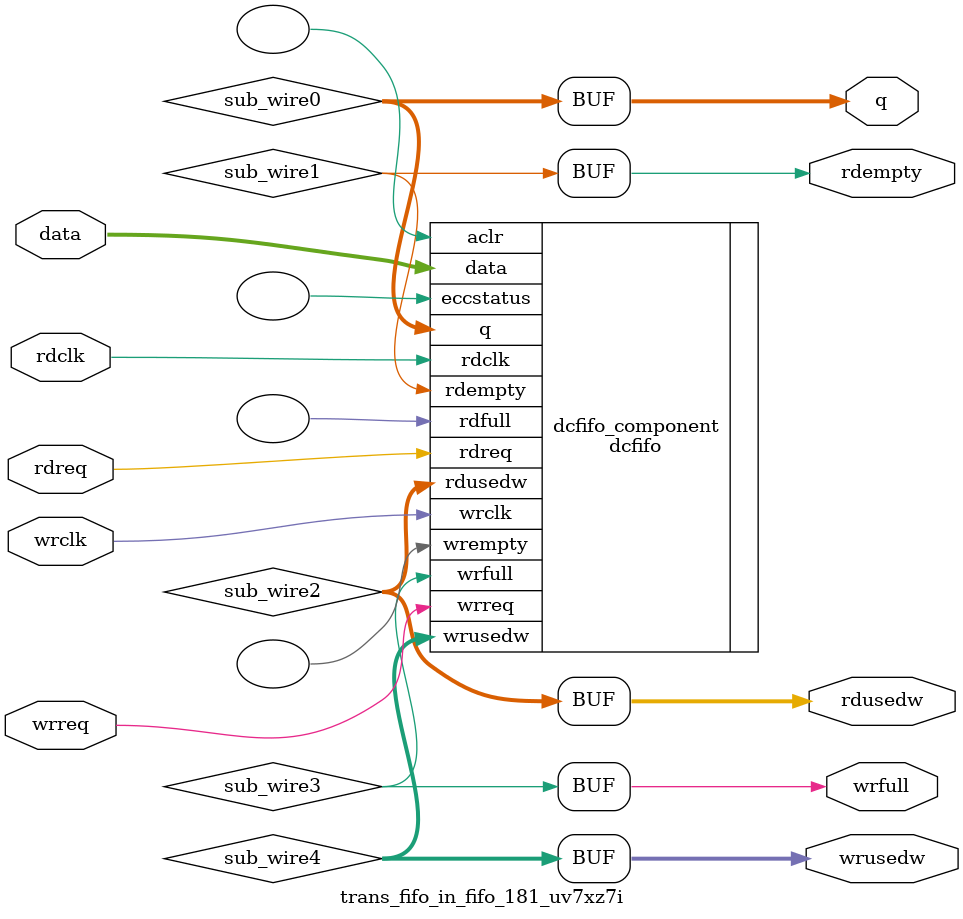
<source format=v>



`timescale 1 ps / 1 ps
// synopsys translate_on
module  trans_fifo_in_fifo_181_uv7xz7i  (
    data,
    rdclk,
    rdreq,
    wrclk,
    wrreq,
    q,
    rdempty,
    rdusedw,
    wrfull,
    wrusedw);

    input  [72:0]  data;
    input    rdclk;
    input    rdreq;
    input    wrclk;
    input    wrreq;
    output [72:0]  q;
    output   rdempty;
    output [8:0]  rdusedw;
    output   wrfull;
    output [8:0]  wrusedw;

    wire [72:0] sub_wire0;
    wire  sub_wire1;
    wire [8:0] sub_wire2;
    wire  sub_wire3;
    wire [8:0] sub_wire4;
    wire [72:0] q = sub_wire0[72:0];
    wire  rdempty = sub_wire1;
    wire [8:0] rdusedw = sub_wire2[8:0];
    wire  wrfull = sub_wire3;
    wire [8:0] wrusedw = sub_wire4[8:0];

    dcfifo  dcfifo_component (
                .data (data),
                .rdclk (rdclk),
                .rdreq (rdreq),
                .wrclk (wrclk),
                .wrreq (wrreq),
                .q (sub_wire0),
                .rdempty (sub_wire1),
                .rdusedw (sub_wire2),
                .wrfull (sub_wire3),
                .wrusedw (sub_wire4),
                .aclr (),
                .eccstatus (),
                .rdfull (),
                .wrempty ());
    defparam
        dcfifo_component.enable_ecc  = "FALSE",
        dcfifo_component.intended_device_family  = "Arria 10",
        dcfifo_component.lpm_hint  = "DISABLE_DCFIFO_EMBEDDED_TIMING_CONSTRAINT=TRUE",
        dcfifo_component.lpm_numwords  = 512,
        dcfifo_component.lpm_showahead  = "OFF",
        dcfifo_component.lpm_type  = "dcfifo",
        dcfifo_component.lpm_width  = 73,
        dcfifo_component.lpm_widthu  = 9,
        dcfifo_component.overflow_checking  = "ON",
        dcfifo_component.rdsync_delaypipe  = 5,
        dcfifo_component.underflow_checking  = "ON",
        dcfifo_component.use_eab  = "ON",
        dcfifo_component.wrsync_delaypipe  = 5;


endmodule



</source>
